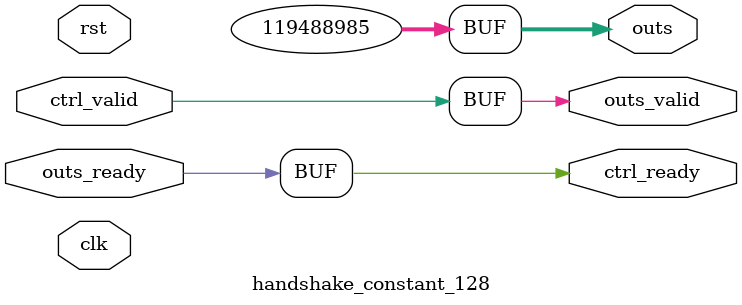
<source format=v>
`timescale 1ns / 1ps
module handshake_constant_128 #(
  parameter DATA_WIDTH = 32  // Default set to 32 bits
) (
  input                       clk,
  input                       rst,
  // Input Channel
  input                       ctrl_valid,
  output                      ctrl_ready,
  // Output Channel
  output [DATA_WIDTH - 1 : 0] outs,
  output                      outs_valid,
  input                       outs_ready
);
  assign outs       = 27'b111000111110100000111011001;
  assign outs_valid = ctrl_valid;
  assign ctrl_ready = outs_ready;

endmodule

</source>
